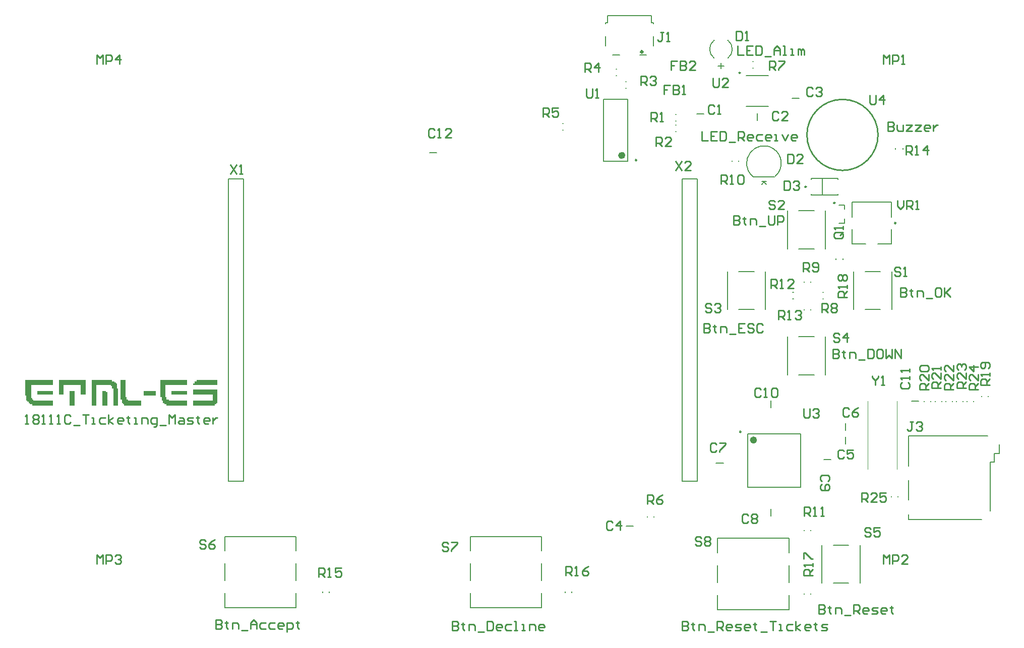
<source format=gbr>
%TF.GenerationSoftware,Altium Limited,Altium Designer,21.6.1 (37)*%
G04 Layer_Color=65535*
%FSLAX43Y43*%
%MOMM*%
%TF.SameCoordinates,4DA2BED1-4599-47CA-9C3E-D857DBAA41EB*%
%TF.FilePolarity,Positive*%
%TF.FileFunction,Legend,Top*%
%TF.Part,Single*%
G01*
G75*
%TA.AperFunction,NonConductor*%
%ADD49C,0.250*%
%ADD50C,0.400*%
%ADD51C,0.200*%
%ADD52C,0.254*%
%ADD53C,0.600*%
%ADD54C,0.150*%
%ADD55C,0.100*%
%ADD56C,0.152*%
G36*
X12889Y45599D02*
Y45396D01*
Y45192D01*
Y44989D01*
Y44786D01*
Y44583D01*
Y44380D01*
Y44176D01*
Y43973D01*
Y43770D01*
Y43567D01*
Y43364D01*
X12076D01*
Y43567D01*
Y43770D01*
Y43973D01*
Y44176D01*
Y44380D01*
Y44583D01*
Y44786D01*
Y44989D01*
X9231D01*
Y44786D01*
Y44583D01*
Y44380D01*
Y44176D01*
Y43973D01*
Y43770D01*
Y43567D01*
Y43364D01*
X8418D01*
Y43567D01*
Y43770D01*
Y43973D01*
Y44176D01*
Y44380D01*
Y44583D01*
Y44786D01*
Y44989D01*
Y45192D01*
Y45396D01*
Y45599D01*
Y45802D01*
X12889D01*
Y45599D01*
D02*
G37*
G36*
X7402Y43770D02*
Y43567D01*
Y43364D01*
X4761D01*
Y43567D01*
Y43770D01*
Y43973D01*
X7402D01*
Y43770D01*
D02*
G37*
G36*
X17359Y45599D02*
X17765D01*
Y45396D01*
X17969D01*
Y45192D01*
X18172D01*
Y44989D01*
Y44786D01*
Y44583D01*
Y44380D01*
X18375D01*
Y44176D01*
Y43973D01*
Y43770D01*
Y43567D01*
Y43364D01*
Y43160D01*
Y42957D01*
Y42754D01*
Y42551D01*
Y42348D01*
Y42144D01*
Y41941D01*
Y41738D01*
Y41535D01*
X17562D01*
Y41738D01*
Y41941D01*
Y42144D01*
Y42348D01*
Y42551D01*
Y42754D01*
Y42957D01*
Y43160D01*
Y43364D01*
Y43567D01*
Y43770D01*
Y43973D01*
Y44176D01*
Y44380D01*
X17359D01*
Y44583D01*
Y44786D01*
X17156D01*
Y44989D01*
X14717D01*
Y44786D01*
Y44583D01*
Y44380D01*
Y44176D01*
Y43973D01*
Y43770D01*
Y43567D01*
Y43364D01*
Y43160D01*
Y42957D01*
Y42754D01*
Y42551D01*
Y42348D01*
Y42144D01*
Y41941D01*
Y41738D01*
Y41535D01*
X13905D01*
Y41738D01*
Y41941D01*
Y42144D01*
Y42348D01*
Y42551D01*
Y42754D01*
Y42957D01*
Y43160D01*
Y43364D01*
Y43567D01*
Y43770D01*
Y43973D01*
Y44176D01*
Y44380D01*
Y44583D01*
Y44786D01*
Y44989D01*
Y45192D01*
Y45396D01*
Y45599D01*
Y45802D01*
X17359D01*
Y45599D01*
D02*
G37*
G36*
X16343Y43770D02*
X16546D01*
Y43567D01*
Y43364D01*
Y43160D01*
Y42957D01*
Y42754D01*
Y42551D01*
Y42348D01*
Y42144D01*
Y41941D01*
Y41738D01*
Y41535D01*
X15733D01*
Y41738D01*
Y41941D01*
Y42144D01*
Y42348D01*
Y42551D01*
Y42754D01*
Y42957D01*
Y43160D01*
Y43364D01*
Y43567D01*
Y43770D01*
Y43973D01*
X16343D01*
Y43770D01*
D02*
G37*
G36*
X11060D02*
Y43567D01*
Y43364D01*
Y43160D01*
Y42957D01*
Y42754D01*
Y42551D01*
Y42348D01*
Y42144D01*
Y41941D01*
Y41738D01*
Y41535D01*
X10247D01*
Y41738D01*
Y41941D01*
Y42144D01*
Y42348D01*
Y42551D01*
Y42754D01*
Y42957D01*
Y43160D01*
Y43364D01*
Y43567D01*
Y43770D01*
Y43973D01*
X11060D01*
Y43770D01*
D02*
G37*
G36*
X7402Y45599D02*
Y45396D01*
Y45192D01*
Y44989D01*
X3745D01*
Y44786D01*
Y44583D01*
Y44380D01*
Y44176D01*
Y43973D01*
Y43770D01*
Y43567D01*
Y43364D01*
Y43160D01*
Y42957D01*
Y42754D01*
X3948D01*
Y42551D01*
X4151D01*
Y42348D01*
X7402D01*
Y42144D01*
Y41941D01*
Y41738D01*
Y41535D01*
X3948D01*
Y41738D01*
X3541D01*
Y41941D01*
X3338D01*
Y42144D01*
X3135D01*
Y42348D01*
X2932D01*
Y42551D01*
Y42754D01*
Y42957D01*
Y43160D01*
X2729D01*
Y43364D01*
Y43567D01*
Y43770D01*
Y43973D01*
Y44176D01*
Y44380D01*
Y44583D01*
Y44786D01*
Y44989D01*
Y45192D01*
Y45396D01*
Y45599D01*
Y45802D01*
X7402D01*
Y45599D01*
D02*
G37*
G36*
X35037D02*
Y45396D01*
Y45192D01*
Y44989D01*
X30973D01*
Y45192D01*
X31177D01*
Y45396D01*
Y45599D01*
X31583D01*
Y45802D01*
X35037D01*
Y45599D01*
D02*
G37*
G36*
X29957Y43770D02*
Y43567D01*
Y43364D01*
X27316D01*
Y43567D01*
Y43770D01*
Y43973D01*
X29957D01*
Y43770D01*
D02*
G37*
G36*
X24674D02*
Y43567D01*
Y43364D01*
Y43160D01*
X22642D01*
Y43364D01*
Y43567D01*
Y43770D01*
Y43973D01*
X24674D01*
Y43770D01*
D02*
G37*
G36*
X35037Y43973D02*
Y43770D01*
Y43567D01*
Y43364D01*
Y43160D01*
Y42957D01*
Y42754D01*
Y42551D01*
Y42348D01*
Y42144D01*
Y41941D01*
X34834D01*
Y41738D01*
X34631D01*
Y41535D01*
X30973D01*
Y41738D01*
Y41941D01*
Y42144D01*
Y42348D01*
X34225D01*
Y42551D01*
Y42754D01*
Y42957D01*
Y43160D01*
Y43364D01*
X30973D01*
Y43567D01*
Y43770D01*
Y43973D01*
Y44176D01*
X35037D01*
Y43973D01*
D02*
G37*
G36*
X29957Y45599D02*
Y45396D01*
Y45192D01*
Y44989D01*
X26300D01*
Y44786D01*
Y44583D01*
Y44380D01*
Y44176D01*
Y43973D01*
Y43770D01*
Y43567D01*
Y43364D01*
Y43160D01*
Y42957D01*
X26503D01*
Y42754D01*
Y42551D01*
X26909D01*
Y42348D01*
X29957D01*
Y42144D01*
Y41941D01*
Y41738D01*
Y41535D01*
X26503D01*
Y41738D01*
X26097D01*
Y41941D01*
X25893D01*
Y42144D01*
Y42348D01*
X25690D01*
Y42551D01*
Y42754D01*
Y42957D01*
X25487D01*
Y43160D01*
Y43364D01*
Y43567D01*
Y43770D01*
Y43973D01*
Y44176D01*
Y44380D01*
Y44583D01*
Y44786D01*
Y44989D01*
Y45192D01*
Y45396D01*
Y45599D01*
Y45802D01*
X29957D01*
Y45599D01*
D02*
G37*
G36*
X19594D02*
Y45396D01*
Y45192D01*
Y44989D01*
Y44786D01*
Y44583D01*
Y44380D01*
Y44176D01*
Y43973D01*
Y43770D01*
Y43567D01*
Y43364D01*
Y43160D01*
Y42957D01*
X19797D01*
Y42754D01*
Y42551D01*
X20001D01*
Y42348D01*
X22236D01*
Y42144D01*
Y41941D01*
Y41738D01*
Y41535D01*
X19391D01*
Y41738D01*
X19188D01*
Y41941D01*
X18985D01*
Y42144D01*
Y42348D01*
Y42551D01*
X18781D01*
Y42754D01*
Y42957D01*
Y43160D01*
Y43364D01*
Y43567D01*
Y43770D01*
Y43973D01*
Y44176D01*
Y44380D01*
Y44583D01*
Y44786D01*
Y44989D01*
Y45192D01*
Y45396D01*
Y45599D01*
Y45802D01*
X19594D01*
Y45599D01*
D02*
G37*
D49*
X133930Y78295D02*
G03*
X133930Y78295I-125J0D01*
G01*
X122975Y37100D02*
G03*
X122975Y37100I-125J0D01*
G01*
X148973Y72184D02*
G03*
X148973Y72184I-125J0D01*
G01*
X122859Y97434D02*
G03*
X122859Y97434I-125J0D01*
G01*
X105458Y82750D02*
G03*
X105458Y82750I-125J0D01*
G01*
X138755Y75589D02*
G03*
X138755Y75589I-125J0D01*
G01*
D50*
X106433Y100950D02*
G03*
X106433Y100950I-141J0D01*
G01*
D51*
X128677Y80017D02*
G03*
X128341Y84715I-1857J2228D01*
G01*
X128493Y84614D02*
G03*
X124977Y80006I-1672J-2369D01*
G01*
X120751Y99888D02*
G03*
X120740Y102920I-1151J1512D01*
G01*
X118460D02*
G03*
X118449Y99888I1140J-1520D01*
G01*
X134755Y79690D02*
X139255D01*
Y76900D02*
Y77080D01*
Y79510D02*
Y79690D01*
X134755Y76900D02*
X139255D01*
X134755D02*
Y77080D01*
Y79510D02*
Y79690D01*
X136605Y76965D02*
Y79625D01*
X70650Y83970D02*
X71850D01*
X122591Y64045D02*
X125191D01*
X122591Y57645D02*
X125191D01*
X127091D02*
Y64045D01*
X120691Y57645D02*
Y64045D01*
X36861Y28765D02*
X39401D01*
X36861D02*
Y79565D01*
X39401D01*
Y77660D02*
Y79565D01*
Y28765D02*
Y77660D01*
X115500Y90516D02*
X116700D01*
X125043Y79959D02*
X128599D01*
X141891Y57645D02*
Y64045D01*
X148291Y57645D02*
Y64045D01*
X143791Y57645D02*
X146391D01*
X143791Y64045D02*
X146391D01*
X138875Y66025D02*
Y66225D01*
X140125Y66025D02*
Y66225D01*
X162050Y42200D02*
Y42300D01*
X160950Y42200D02*
Y42300D01*
X160250Y42200D02*
Y42300D01*
X159150Y42200D02*
Y42300D01*
X158449Y42200D02*
Y42300D01*
X157349Y42200D02*
Y42300D01*
X156649Y42200D02*
Y42300D01*
X155549Y42200D02*
Y42300D01*
X151100Y31350D02*
Y36400D01*
Y25650D02*
Y28950D01*
Y22400D02*
Y23250D01*
X166300Y33500D02*
Y35000D01*
X151100Y36400D02*
X164400D01*
X151100Y22400D02*
X163400D01*
X165450Y33500D02*
X166300D01*
X165450Y32000D02*
Y33500D01*
X164850Y32000D02*
X165450D01*
X164850Y23850D02*
Y32000D01*
X149300Y26200D02*
Y26300D01*
X148200Y26200D02*
Y26300D01*
X118787Y31825D02*
X119987D01*
X142941Y11693D02*
Y18093D01*
X136541Y11693D02*
Y18093D01*
X138441D02*
X141041D01*
X138441Y11693D02*
X141041D01*
X133600Y9850D02*
Y9950D01*
X134700Y9850D02*
Y9950D01*
X89501Y17095D02*
Y19535D01*
Y12105D02*
Y14965D01*
Y7535D02*
Y9975D01*
X77501Y7535D02*
Y9975D01*
Y12105D02*
Y14965D01*
Y17095D02*
Y19535D01*
Y7535D02*
X89501D01*
X77501Y19535D02*
X89501D01*
X124050Y27825D02*
Y36725D01*
X132950Y27825D02*
Y36725D01*
X124050D02*
X132950D01*
X124050Y27825D02*
X132950D01*
X132661Y74275D02*
X135261D01*
X132661Y67875D02*
X135261D01*
X137161D02*
Y74275D01*
X130761Y67875D02*
Y74275D01*
X131001Y16810D02*
Y19250D01*
Y11820D02*
Y14680D01*
Y7250D02*
Y9690D01*
X119001Y7250D02*
Y9690D01*
Y11820D02*
Y14680D01*
Y16810D02*
Y19250D01*
Y7250D02*
X131001D01*
X119001Y19250D02*
X131001D01*
X120685Y102924D02*
X120740Y102920D01*
X118460D02*
X118515Y102924D01*
X119600Y98110D02*
Y99110D01*
X119100Y98610D02*
X120100D01*
X141648Y75714D02*
X148248D01*
Y73209D02*
Y75714D01*
Y68724D02*
Y71159D01*
X141648Y68724D02*
Y71159D01*
Y73209D02*
Y75714D01*
X145973Y68724D02*
X148248D01*
X141648D02*
X143923D01*
X123834Y91834D02*
X127534D01*
X123834Y96934D02*
X127534D01*
X122584Y82575D02*
Y82675D01*
X121484Y82575D02*
Y82675D01*
X130761Y46675D02*
Y53075D01*
X137161Y46675D02*
Y53075D01*
X132661Y46675D02*
X135261D01*
X132661Y53075D02*
X135261D01*
X103933Y82550D02*
Y92950D01*
X99833Y82550D02*
Y92950D01*
Y82550D02*
X103933D01*
X99833Y92950D02*
X103933D01*
X151600Y42250D02*
X152800D01*
X140330Y72139D02*
Y72889D01*
X139430Y72139D02*
X140330D01*
Y74489D02*
Y75239D01*
X139430D02*
X140330D01*
X153749Y42200D02*
Y42300D01*
X154849Y42200D02*
Y42300D01*
X48251Y17095D02*
Y19535D01*
Y12105D02*
Y14965D01*
Y7535D02*
Y9975D01*
X36251Y7535D02*
Y9975D01*
Y12105D02*
Y14965D01*
Y17095D02*
Y19535D01*
Y7535D02*
X48251D01*
X36251Y19535D02*
X48251D01*
X164450Y43050D02*
Y43150D01*
X163350Y43050D02*
Y43150D01*
X94550Y10135D02*
Y10235D01*
X93450Y10135D02*
Y10235D01*
X53800Y10135D02*
Y10235D01*
X52700Y10135D02*
Y10235D01*
X150125Y84600D02*
Y84800D01*
X148875Y84600D02*
Y84800D01*
X133611Y57595D02*
Y57695D01*
X134711Y57595D02*
Y57695D01*
X131661Y60535D02*
X131761D01*
X131661Y59435D02*
X131761D01*
X133600Y20508D02*
Y20608D01*
X134700Y20508D02*
Y20608D01*
X134711Y62255D02*
Y62355D01*
X133611Y62255D02*
Y62355D01*
X136700Y59435D02*
X136800D01*
X136700Y60535D02*
X136800D01*
X124934Y99300D02*
X125034D01*
X124934Y98200D02*
X125034D01*
X107200Y22800D02*
Y22900D01*
X108300Y22800D02*
Y22900D01*
X93000Y87850D02*
X93100D01*
X93000Y88950D02*
X93100D01*
X101983Y98050D02*
X102083D01*
X101983Y96950D02*
X102083D01*
X103557Y94809D02*
X103657D01*
X103557Y95909D02*
X103657D01*
X111950Y88625D02*
X112050D01*
X111950Y87525D02*
X112050D01*
X111950Y90450D02*
X112050D01*
X111950Y89350D02*
X112050D01*
X127975Y41150D02*
Y42350D01*
X136891Y32469D02*
X138091D01*
X127975Y22950D02*
Y24150D01*
X140500Y37325D02*
Y38525D01*
Y35069D02*
Y36269D01*
X103650Y21250D02*
X104850D01*
X131564Y93159D02*
X132764D01*
X125695Y89409D02*
Y90609D01*
X115611Y28765D02*
Y77660D01*
Y79565D01*
X113071D02*
X115611D01*
X113071Y28765D02*
Y79565D01*
Y28765D02*
X115611D01*
D52*
X145969Y87000D02*
G03*
X145969Y87000I-5969J0D01*
G01*
X147595Y89173D02*
Y87649D01*
X148356D01*
X148610Y87903D01*
Y88157D01*
X148356Y88411D01*
X147595D01*
X148356D01*
X148610Y88665D01*
Y88919D01*
X148356Y89173D01*
X147595D01*
X149118Y88665D02*
Y87903D01*
X149372Y87649D01*
X150134D01*
Y88665D01*
X150642D02*
X151657D01*
X150642Y87649D01*
X151657D01*
X152165Y88665D02*
X153181D01*
X152165Y87649D01*
X153181D01*
X154450D02*
X153943D01*
X153689Y87903D01*
Y88411D01*
X153943Y88665D01*
X154450D01*
X154704Y88411D01*
Y88157D01*
X153689D01*
X155212Y88665D02*
Y87649D01*
Y88157D01*
X155466Y88411D01*
X155720Y88665D01*
X155974D01*
X116354Y87570D02*
Y86047D01*
X117370D01*
X118893Y87570D02*
X117878D01*
Y86047D01*
X118893D01*
X117878Y86809D02*
X118385D01*
X119401Y87570D02*
Y86047D01*
X120163D01*
X120417Y86301D01*
Y87316D01*
X120163Y87570D01*
X119401D01*
X120925Y85793D02*
X121940D01*
X122448Y86047D02*
Y87570D01*
X123210D01*
X123464Y87316D01*
Y86809D01*
X123210Y86555D01*
X122448D01*
X122956D02*
X123464Y86047D01*
X124733D02*
X124225D01*
X123972Y86301D01*
Y86809D01*
X124225Y87062D01*
X124733D01*
X124987Y86809D01*
Y86555D01*
X123972D01*
X126511Y87062D02*
X125749D01*
X125495Y86809D01*
Y86301D01*
X125749Y86047D01*
X126511D01*
X127780D02*
X127272D01*
X127019Y86301D01*
Y86809D01*
X127272Y87062D01*
X127780D01*
X128034Y86809D01*
Y86555D01*
X127019D01*
X128542Y86047D02*
X129050D01*
X128796D01*
Y87062D01*
X128542D01*
X129812D02*
X130319Y86047D01*
X130827Y87062D01*
X132097Y86047D02*
X131589D01*
X131335Y86301D01*
Y86809D01*
X131589Y87062D01*
X132097D01*
X132351Y86809D01*
Y86555D01*
X131335D01*
X122367Y101931D02*
Y100408D01*
X123382D01*
X124906Y101931D02*
X123890D01*
Y100408D01*
X124906D01*
X123890Y101170D02*
X124398D01*
X125414Y101931D02*
Y100408D01*
X126176D01*
X126429Y100662D01*
Y101678D01*
X126176Y101931D01*
X125414D01*
X126937Y100154D02*
X127953D01*
X128461Y100408D02*
Y101424D01*
X128969Y101931D01*
X129476Y101424D01*
Y100408D01*
Y101170D01*
X128461D01*
X129984Y100408D02*
X130492D01*
X130238D01*
Y101931D01*
X129984D01*
X131254Y100408D02*
X131762D01*
X131508D01*
Y101424D01*
X131254D01*
X132523Y100408D02*
Y101424D01*
X132777D01*
X133031Y101170D01*
Y100408D01*
Y101170D01*
X133285Y101424D01*
X133539Y101170D01*
Y100408D01*
X116754Y55281D02*
Y53758D01*
X117516D01*
X117770Y54012D01*
Y54266D01*
X117516Y54520D01*
X116754D01*
X117516D01*
X117770Y54774D01*
Y55028D01*
X117516Y55281D01*
X116754D01*
X118531Y55028D02*
Y54774D01*
X118278D01*
X118785D01*
X118531D01*
Y54012D01*
X118785Y53758D01*
X119547D02*
Y54774D01*
X120309D01*
X120563Y54520D01*
Y53758D01*
X121071Y53504D02*
X122086D01*
X123610Y55281D02*
X122594D01*
Y53758D01*
X123610D01*
X122594Y54520D02*
X123102D01*
X125133Y55028D02*
X124879Y55281D01*
X124372D01*
X124118Y55028D01*
Y54774D01*
X124372Y54520D01*
X124879D01*
X125133Y54266D01*
Y54012D01*
X124879Y53758D01*
X124372D01*
X124118Y54012D01*
X126657Y55028D02*
X126403Y55281D01*
X125895D01*
X125641Y55028D01*
Y54012D01*
X125895Y53758D01*
X126403D01*
X126657Y54012D01*
X121754Y73456D02*
Y71933D01*
X122516D01*
X122770Y72187D01*
Y72441D01*
X122516Y72695D01*
X121754D01*
X122516D01*
X122770Y72949D01*
Y73202D01*
X122516Y73456D01*
X121754D01*
X123531Y73202D02*
Y72949D01*
X123278D01*
X123785D01*
X123531D01*
Y72187D01*
X123785Y71933D01*
X124547D02*
Y72949D01*
X125309D01*
X125563Y72695D01*
Y71933D01*
X126071Y71679D02*
X127086D01*
X127594Y73456D02*
Y72187D01*
X127848Y71933D01*
X128356D01*
X128610Y72187D01*
Y73456D01*
X129118Y71933D02*
Y73456D01*
X129879D01*
X130133Y73202D01*
Y72695D01*
X129879Y72441D01*
X129118D01*
X138395Y51031D02*
Y49508D01*
X139156D01*
X139410Y49762D01*
Y50016D01*
X139156Y50270D01*
X138395D01*
X139156D01*
X139410Y50524D01*
Y50778D01*
X139156Y51031D01*
X138395D01*
X140172Y50778D02*
Y50524D01*
X139918D01*
X140426D01*
X140172D01*
Y49762D01*
X140426Y49508D01*
X141188D02*
Y50524D01*
X141949D01*
X142203Y50270D01*
Y49508D01*
X142711Y49254D02*
X143727D01*
X144235Y51031D02*
Y49508D01*
X144997D01*
X145250Y49762D01*
Y50778D01*
X144997Y51031D01*
X144235D01*
X146520D02*
X146012D01*
X145758Y50778D01*
Y49762D01*
X146012Y49508D01*
X146520D01*
X146774Y49762D01*
Y50778D01*
X146520Y51031D01*
X147282D02*
Y49508D01*
X147790Y50016D01*
X148297Y49508D01*
Y51031D01*
X148805Y49508D02*
Y51031D01*
X149821Y49508D01*
Y51031D01*
X149754Y61281D02*
Y59758D01*
X150516D01*
X150770Y60012D01*
Y60266D01*
X150516Y60520D01*
X149754D01*
X150516D01*
X150770Y60774D01*
Y61028D01*
X150516Y61281D01*
X149754D01*
X151531Y61028D02*
Y60774D01*
X151278D01*
X151785D01*
X151531D01*
Y60012D01*
X151785Y59758D01*
X152547D02*
Y60774D01*
X153309D01*
X153563Y60520D01*
Y59758D01*
X154071Y59504D02*
X155086D01*
X156356Y61281D02*
X155848D01*
X155594Y61028D01*
Y60012D01*
X155848Y59758D01*
X156356D01*
X156610Y60012D01*
Y61028D01*
X156356Y61281D01*
X157118D02*
Y59758D01*
Y60266D01*
X158133Y61281D01*
X157372Y60520D01*
X158133Y59758D01*
X74504Y5281D02*
Y3758D01*
X75266D01*
X75520Y4012D01*
Y4266D01*
X75266Y4520D01*
X74504D01*
X75266D01*
X75520Y4774D01*
Y5028D01*
X75266Y5281D01*
X74504D01*
X76281Y5028D02*
Y4774D01*
X76028D01*
X76535D01*
X76281D01*
Y4012D01*
X76535Y3758D01*
X77297D02*
Y4774D01*
X78059D01*
X78313Y4520D01*
Y3758D01*
X78821Y3504D02*
X79836D01*
X80344Y5281D02*
Y3758D01*
X81106D01*
X81360Y4012D01*
Y5028D01*
X81106Y5281D01*
X80344D01*
X82629Y3758D02*
X82122D01*
X81868Y4012D01*
Y4520D01*
X82122Y4774D01*
X82629D01*
X82883Y4520D01*
Y4266D01*
X81868D01*
X84407Y4774D02*
X83645D01*
X83391Y4520D01*
Y4012D01*
X83645Y3758D01*
X84407D01*
X84915D02*
X85422D01*
X85169D01*
Y5281D01*
X84915D01*
X86184Y3758D02*
X86692D01*
X86438D01*
Y4774D01*
X86184D01*
X87454Y3758D02*
Y4774D01*
X88216D01*
X88469Y4520D01*
Y3758D01*
X89739D02*
X89231D01*
X88977Y4012D01*
Y4520D01*
X89231Y4774D01*
X89739D01*
X89993Y4520D01*
Y4266D01*
X88977D01*
X34754Y5535D02*
Y4012D01*
X35516D01*
X35770Y4266D01*
Y4520D01*
X35516Y4774D01*
X34754D01*
X35516D01*
X35770Y5028D01*
Y5281D01*
X35516Y5535D01*
X34754D01*
X36531Y5281D02*
Y5028D01*
X36278D01*
X36785D01*
X36531D01*
Y4266D01*
X36785Y4012D01*
X37547D02*
Y5028D01*
X38309D01*
X38563Y4774D01*
Y4012D01*
X39071Y3758D02*
X40086D01*
X40594Y4012D02*
Y5028D01*
X41102Y5535D01*
X41610Y5028D01*
Y4012D01*
Y4774D01*
X40594D01*
X43133Y5028D02*
X42372D01*
X42118Y4774D01*
Y4266D01*
X42372Y4012D01*
X43133D01*
X44657Y5028D02*
X43895D01*
X43641Y4774D01*
Y4266D01*
X43895Y4012D01*
X44657D01*
X45926D02*
X45419D01*
X45165Y4266D01*
Y4774D01*
X45419Y5028D01*
X45926D01*
X46180Y4774D01*
Y4520D01*
X45165D01*
X46688Y3504D02*
Y5028D01*
X47450D01*
X47704Y4774D01*
Y4266D01*
X47450Y4012D01*
X46688D01*
X48466Y5281D02*
Y5028D01*
X48212D01*
X48719D01*
X48466D01*
Y4266D01*
X48719Y4012D01*
X113070Y5281D02*
Y3758D01*
X113831D01*
X114085Y4012D01*
Y4266D01*
X113831Y4520D01*
X113070D01*
X113831D01*
X114085Y4774D01*
Y5028D01*
X113831Y5281D01*
X113070D01*
X114847Y5028D02*
Y4774D01*
X114593D01*
X115101D01*
X114847D01*
Y4012D01*
X115101Y3758D01*
X115863D02*
Y4774D01*
X116625D01*
X116878Y4520D01*
Y3758D01*
X117386Y3504D02*
X118402D01*
X118910Y3758D02*
Y5281D01*
X119672D01*
X119925Y5028D01*
Y4520D01*
X119672Y4266D01*
X118910D01*
X119418D02*
X119925Y3758D01*
X121195D02*
X120687D01*
X120433Y4012D01*
Y4520D01*
X120687Y4774D01*
X121195D01*
X121449Y4520D01*
Y4266D01*
X120433D01*
X121957Y3758D02*
X122719D01*
X122972Y4012D01*
X122719Y4266D01*
X122211D01*
X121957Y4520D01*
X122211Y4774D01*
X122972D01*
X124242Y3758D02*
X123734D01*
X123480Y4012D01*
Y4520D01*
X123734Y4774D01*
X124242D01*
X124496Y4520D01*
Y4266D01*
X123480D01*
X125258Y5028D02*
Y4774D01*
X125004D01*
X125512D01*
X125258D01*
Y4012D01*
X125512Y3758D01*
X126273Y3504D02*
X127289D01*
X127797Y5281D02*
X128813D01*
X128305D01*
Y3758D01*
X129320D02*
X129828D01*
X129574D01*
Y4774D01*
X129320D01*
X131606D02*
X130844D01*
X130590Y4520D01*
Y4012D01*
X130844Y3758D01*
X131606D01*
X132114D02*
Y5281D01*
Y4266D02*
X132875Y4774D01*
X132114Y4266D02*
X132875Y3758D01*
X134399D02*
X133891D01*
X133637Y4012D01*
Y4520D01*
X133891Y4774D01*
X134399D01*
X134653Y4520D01*
Y4266D01*
X133637D01*
X135414Y5028D02*
Y4774D01*
X135161D01*
X135668D01*
X135414D01*
Y4012D01*
X135668Y3758D01*
X136430D02*
X137192D01*
X137446Y4012D01*
X137192Y4266D01*
X136684D01*
X136430Y4520D01*
X136684Y4774D01*
X137446D01*
X136004Y8031D02*
Y6508D01*
X136766D01*
X137020Y6762D01*
Y7016D01*
X136766Y7270D01*
X136004D01*
X136766D01*
X137020Y7524D01*
Y7778D01*
X136766Y8031D01*
X136004D01*
X137781Y7778D02*
Y7524D01*
X137528D01*
X138035D01*
X137781D01*
Y6762D01*
X138035Y6508D01*
X138797D02*
Y7524D01*
X139559D01*
X139813Y7270D01*
Y6508D01*
X140321Y6254D02*
X141336D01*
X141844Y6508D02*
Y8031D01*
X142606D01*
X142860Y7778D01*
Y7270D01*
X142606Y7016D01*
X141844D01*
X142352D02*
X142860Y6508D01*
X144129D02*
X143622D01*
X143368Y6762D01*
Y7270D01*
X143622Y7524D01*
X144129D01*
X144383Y7270D01*
Y7016D01*
X143368D01*
X144891Y6508D02*
X145653D01*
X145907Y6762D01*
X145653Y7016D01*
X145145D01*
X144891Y7270D01*
X145145Y7524D01*
X145907D01*
X147176Y6508D02*
X146669D01*
X146415Y6762D01*
Y7270D01*
X146669Y7524D01*
X147176D01*
X147430Y7270D01*
Y7016D01*
X146415D01*
X148192Y7778D02*
Y7524D01*
X147938D01*
X148446D01*
X148192D01*
Y6762D01*
X148446Y6508D01*
X2750Y38500D02*
X3258D01*
X3004D01*
Y40024D01*
X2750Y39770D01*
X4020D02*
X4274Y40024D01*
X4781D01*
X5035Y39770D01*
Y39516D01*
X4781Y39262D01*
X5035Y39008D01*
Y38754D01*
X4781Y38500D01*
X4274D01*
X4020Y38754D01*
Y39008D01*
X4274Y39262D01*
X4020Y39516D01*
Y39770D01*
X4274Y39262D02*
X4781D01*
X5543Y38500D02*
X6051D01*
X5797D01*
Y40024D01*
X5543Y39770D01*
X6813Y38500D02*
X7321D01*
X7067D01*
Y40024D01*
X6813Y39770D01*
X8082Y38500D02*
X8590D01*
X8336D01*
Y40024D01*
X8082Y39770D01*
X10368D02*
X10114Y40024D01*
X9606D01*
X9352Y39770D01*
Y38754D01*
X9606Y38500D01*
X10114D01*
X10368Y38754D01*
X10875Y38246D02*
X11891D01*
X12399Y40024D02*
X13415D01*
X12907D01*
Y38500D01*
X13922D02*
X14430D01*
X14176D01*
Y39516D01*
X13922D01*
X16208D02*
X15446D01*
X15192Y39262D01*
Y38754D01*
X15446Y38500D01*
X16208D01*
X16715D02*
Y40024D01*
Y39008D02*
X17477Y39516D01*
X16715Y39008D02*
X17477Y38500D01*
X19001D02*
X18493D01*
X18239Y38754D01*
Y39262D01*
X18493Y39516D01*
X19001D01*
X19255Y39262D01*
Y39008D01*
X18239D01*
X20016Y39770D02*
Y39516D01*
X19762D01*
X20270D01*
X20016D01*
Y38754D01*
X20270Y38500D01*
X21032D02*
X21540D01*
X21286D01*
Y39516D01*
X21032D01*
X22302Y38500D02*
Y39516D01*
X23063D01*
X23317Y39262D01*
Y38500D01*
X24333Y37992D02*
X24587D01*
X24841Y38246D01*
Y39516D01*
X24079D01*
X23825Y39262D01*
Y38754D01*
X24079Y38500D01*
X24841D01*
X25349Y38246D02*
X26364D01*
X26872Y38500D02*
Y40024D01*
X27380Y39516D01*
X27888Y40024D01*
Y38500D01*
X28650Y39516D02*
X29157D01*
X29411Y39262D01*
Y38500D01*
X28650D01*
X28396Y38754D01*
X28650Y39008D01*
X29411D01*
X29919Y38500D02*
X30681D01*
X30935Y38754D01*
X30681Y39008D01*
X30173D01*
X29919Y39262D01*
X30173Y39516D01*
X30935D01*
X31697Y39770D02*
Y39516D01*
X31443D01*
X31951D01*
X31697D01*
Y38754D01*
X31951Y38500D01*
X33474D02*
X32966D01*
X32712Y38754D01*
Y39262D01*
X32966Y39516D01*
X33474D01*
X33728Y39262D01*
Y39008D01*
X32712D01*
X34236Y39516D02*
Y38500D01*
Y39008D01*
X34490Y39262D01*
X34744Y39516D01*
X34998D01*
X130224Y79290D02*
Y77767D01*
X130986D01*
X131240Y78021D01*
Y79036D01*
X130986Y79290D01*
X130224D01*
X131747Y79036D02*
X132001Y79290D01*
X132509D01*
X132763Y79036D01*
Y78783D01*
X132509Y78529D01*
X132255D01*
X132509D01*
X132763Y78275D01*
Y78021D01*
X132509Y77767D01*
X132001D01*
X131747Y78021D01*
X71513Y87794D02*
X71259Y88048D01*
X70751D01*
X70497Y87794D01*
Y86779D01*
X70751Y86525D01*
X71259D01*
X71513Y86779D01*
X72021Y86525D02*
X72529D01*
X72275D01*
Y88048D01*
X72021Y87794D01*
X74306Y86525D02*
X73290D01*
X74306Y87540D01*
Y87794D01*
X74052Y88048D01*
X73544D01*
X73290Y87794D01*
X122100Y104430D02*
Y102907D01*
X122862D01*
X123116Y103161D01*
Y104176D01*
X122862Y104430D01*
X122100D01*
X123624Y102907D02*
X124131D01*
X123877D01*
Y104430D01*
X123624Y104176D01*
X14820Y98945D02*
Y100469D01*
X15328Y99961D01*
X15836Y100469D01*
Y98945D01*
X16344D02*
Y100469D01*
X17106D01*
X17360Y100215D01*
Y99707D01*
X17106Y99453D01*
X16344D01*
X18629Y98945D02*
Y100469D01*
X17867Y99707D01*
X18883D01*
X14820Y14947D02*
Y16471D01*
X15328Y15963D01*
X15836Y16471D01*
Y14947D01*
X16344D02*
Y16471D01*
X17106D01*
X17360Y16217D01*
Y15709D01*
X17106Y15455D01*
X16344D01*
X17867Y16217D02*
X18121Y16471D01*
X18629D01*
X18883Y16217D01*
Y15963D01*
X18629Y15709D01*
X18375D01*
X18629D01*
X18883Y15455D01*
Y15201D01*
X18629Y14947D01*
X18121D01*
X17867Y15201D01*
X146824Y14947D02*
Y16471D01*
X147332Y15963D01*
X147840Y16471D01*
Y14947D01*
X148348D02*
Y16471D01*
X149109D01*
X149363Y16217D01*
Y15709D01*
X149109Y15455D01*
X148348D01*
X150887Y14947D02*
X149871D01*
X150887Y15963D01*
Y16217D01*
X150633Y16471D01*
X150125D01*
X149871Y16217D01*
X146824Y98945D02*
Y100469D01*
X147332Y99961D01*
X147840Y100469D01*
Y98945D01*
X148348D02*
Y100469D01*
X149109D01*
X149363Y100215D01*
Y99707D01*
X149109Y99453D01*
X148348D01*
X149871Y98945D02*
X150379D01*
X150125D01*
Y100469D01*
X149871Y100215D01*
X144984Y46512D02*
Y46258D01*
X145492Y45750D01*
X146000Y46258D01*
Y46512D01*
X145492Y45750D02*
Y44988D01*
X146508D02*
X147016D01*
X146762D01*
Y46512D01*
X146508Y46258D01*
X112234Y99431D02*
X111219D01*
Y98669D01*
X111726D01*
X111219D01*
Y97908D01*
X112742Y99431D02*
Y97908D01*
X113504D01*
X113758Y98161D01*
Y98415D01*
X113504Y98669D01*
X112742D01*
X113504D01*
X113758Y98923D01*
Y99177D01*
X113504Y99431D01*
X112742D01*
X115281Y97908D02*
X114266D01*
X115281Y98923D01*
Y99177D01*
X115027Y99431D01*
X114520D01*
X114266Y99177D01*
X111035Y95313D02*
X110020D01*
Y94551D01*
X110527D01*
X110020D01*
Y93789D01*
X111543Y95313D02*
Y93789D01*
X112305D01*
X112559Y94043D01*
Y94297D01*
X112305Y94551D01*
X111543D01*
X112305D01*
X112559Y94805D01*
Y95059D01*
X112305Y95313D01*
X111543D01*
X113067Y93789D02*
X113574D01*
X113321D01*
Y95313D01*
X113067Y95059D01*
X154500Y44250D02*
X152976D01*
Y45012D01*
X153230Y45266D01*
X153738D01*
X153992Y45012D01*
Y44250D01*
Y44758D02*
X154500Y45266D01*
Y46789D02*
Y45774D01*
X153484Y46789D01*
X153230D01*
X152976Y46535D01*
Y46027D01*
X153230Y45774D01*
Y47297D02*
X152976Y47551D01*
Y48059D01*
X153230Y48313D01*
X154246D01*
X154500Y48059D01*
Y47551D01*
X154246Y47297D01*
X153230D01*
X118276Y96558D02*
Y95288D01*
X118530Y95034D01*
X119037D01*
X119291Y95288D01*
Y96558D01*
X120815Y95034D02*
X119799D01*
X120815Y96050D01*
Y96304D01*
X120561Y96558D01*
X120053D01*
X119799Y96304D01*
X149250Y76008D02*
Y74993D01*
X149758Y74485D01*
X150266Y74993D01*
Y76008D01*
X150774Y74485D02*
Y76008D01*
X151535D01*
X151789Y75755D01*
Y75247D01*
X151535Y74993D01*
X150774D01*
X151281D02*
X151789Y74485D01*
X152297D02*
X152805D01*
X152551D01*
Y76008D01*
X152297Y75755D01*
X133500Y40968D02*
Y39699D01*
X133754Y39445D01*
X134262D01*
X134516Y39699D01*
Y40968D01*
X135024Y40715D02*
X135277Y40968D01*
X135785D01*
X136039Y40715D01*
Y40461D01*
X135785Y40207D01*
X135531D01*
X135785D01*
X136039Y39953D01*
Y39699D01*
X135785Y39445D01*
X135277D01*
X135024Y39699D01*
X97000Y94774D02*
Y93504D01*
X97254Y93250D01*
X97762D01*
X98016Y93504D01*
Y94774D01*
X98524Y93250D02*
X99031D01*
X98777D01*
Y94774D01*
X98524Y94520D01*
X116266Y19270D02*
X116012Y19524D01*
X115504D01*
X115250Y19270D01*
Y19016D01*
X115504Y18762D01*
X116012D01*
X116266Y18508D01*
Y18254D01*
X116012Y18000D01*
X115504D01*
X115250Y18254D01*
X116774Y19270D02*
X117027Y19524D01*
X117535D01*
X117789Y19270D01*
Y19016D01*
X117535Y18762D01*
X117789Y18508D01*
Y18254D01*
X117535Y18000D01*
X117027D01*
X116774Y18254D01*
Y18508D01*
X117027Y18762D01*
X116774Y19016D01*
Y19270D01*
X117027Y18762D02*
X117535D01*
X73766Y18270D02*
X73512Y18524D01*
X73004D01*
X72750Y18270D01*
Y18016D01*
X73004Y17762D01*
X73512D01*
X73766Y17508D01*
Y17254D01*
X73512Y17000D01*
X73004D01*
X72750Y17254D01*
X74274Y18524D02*
X75289D01*
Y18270D01*
X74274Y17254D01*
Y17000D01*
X33060Y18703D02*
X32806Y18956D01*
X32299D01*
X32045Y18703D01*
Y18449D01*
X32299Y18195D01*
X32806D01*
X33060Y17941D01*
Y17687D01*
X32806Y17433D01*
X32299D01*
X32045Y17687D01*
X34584Y18956D02*
X34076Y18703D01*
X33568Y18195D01*
Y17687D01*
X33822Y17433D01*
X34330D01*
X34584Y17687D01*
Y17941D01*
X34330Y18195D01*
X33568D01*
X144766Y20770D02*
X144512Y21024D01*
X144004D01*
X143750Y20770D01*
Y20516D01*
X144004Y20262D01*
X144512D01*
X144766Y20008D01*
Y19754D01*
X144512Y19500D01*
X144004D01*
X143750Y19754D01*
X146289Y21024D02*
X145274D01*
Y20262D01*
X145781Y20516D01*
X146035D01*
X146289Y20262D01*
Y19754D01*
X146035Y19500D01*
X145527D01*
X145274Y19754D01*
X139516Y53415D02*
X139262Y53668D01*
X138754D01*
X138500Y53415D01*
Y53161D01*
X138754Y52907D01*
X139262D01*
X139516Y52653D01*
Y52399D01*
X139262Y52145D01*
X138754D01*
X138500Y52399D01*
X140785Y52145D02*
Y53668D01*
X140024Y52907D01*
X141039D01*
X118016Y58450D02*
X117762Y58704D01*
X117254D01*
X117000Y58450D01*
Y58196D01*
X117254Y57942D01*
X117762D01*
X118016Y57688D01*
Y57434D01*
X117762Y57180D01*
X117254D01*
X117000Y57434D01*
X118524Y58450D02*
X118777Y58704D01*
X119285D01*
X119539Y58450D01*
Y58196D01*
X119285Y57942D01*
X119031D01*
X119285D01*
X119539Y57688D01*
Y57434D01*
X119285Y57180D01*
X118777D01*
X118524Y57434D01*
X128636Y75755D02*
X128382Y76008D01*
X127875D01*
X127621Y75755D01*
Y75501D01*
X127875Y75247D01*
X128382D01*
X128636Y74993D01*
Y74739D01*
X128382Y74485D01*
X127875D01*
X127621Y74739D01*
X130160Y74485D02*
X129144D01*
X130160Y75501D01*
Y75755D01*
X129906Y76008D01*
X129398D01*
X129144Y75755D01*
X149766Y64520D02*
X149512Y64774D01*
X149004D01*
X148750Y64520D01*
Y64266D01*
X149004Y64012D01*
X149512D01*
X149766Y63758D01*
Y63504D01*
X149512Y63250D01*
X149004D01*
X148750Y63504D01*
X150274Y63250D02*
X150781D01*
X150527D01*
Y64774D01*
X150274Y64520D01*
X164750Y45000D02*
X163226D01*
Y45762D01*
X163480Y46016D01*
X163988D01*
X164242Y45762D01*
Y45000D01*
Y45508D02*
X164750Y46016D01*
Y46524D02*
Y47031D01*
Y46777D01*
X163226D01*
X163480Y46524D01*
X164496Y47793D02*
X164750Y48047D01*
Y48555D01*
X164496Y48809D01*
X163480D01*
X163226Y48555D01*
Y48047D01*
X163480Y47793D01*
X163734D01*
X163988Y48047D01*
Y48809D01*
X140750Y59750D02*
X139226D01*
Y60512D01*
X139480Y60766D01*
X139988D01*
X140242Y60512D01*
Y59750D01*
Y60258D02*
X140750Y60766D01*
Y61274D02*
Y61781D01*
Y61527D01*
X139226D01*
X139480Y61274D01*
Y62543D02*
X139226Y62797D01*
Y63305D01*
X139480Y63559D01*
X139734D01*
X139988Y63305D01*
X140242Y63559D01*
X140496D01*
X140750Y63305D01*
Y62797D01*
X140496Y62543D01*
X140242D01*
X139988Y62797D01*
X139734Y62543D01*
X139480D01*
X139988Y62797D02*
Y63305D01*
X135000Y12988D02*
X133476D01*
Y13750D01*
X133730Y14004D01*
X134238D01*
X134492Y13750D01*
Y12988D01*
Y13496D02*
X135000Y14004D01*
Y14511D02*
Y15019D01*
Y14765D01*
X133476D01*
X133730Y14511D01*
X133476Y15781D02*
Y16797D01*
X133730D01*
X134746Y15781D01*
X135000D01*
X93500Y12988D02*
Y14511D01*
X94262D01*
X94516Y14258D01*
Y13750D01*
X94262Y13496D01*
X93500D01*
X94008D02*
X94516Y12988D01*
X95024D02*
X95531D01*
X95277D01*
Y14511D01*
X95024Y14258D01*
X97309Y14511D02*
X96801Y14258D01*
X96293Y13750D01*
Y13242D01*
X96547Y12988D01*
X97055D01*
X97309Y13242D01*
Y13496D01*
X97055Y13750D01*
X96293D01*
X52000Y12750D02*
Y14274D01*
X52762D01*
X53016Y14020D01*
Y13512D01*
X52762Y13258D01*
X52000D01*
X52508D02*
X53016Y12750D01*
X53524D02*
X54031D01*
X53777D01*
Y14274D01*
X53524Y14020D01*
X55809Y14274D02*
X54793D01*
Y13512D01*
X55301Y13766D01*
X55555D01*
X55809Y13512D01*
Y13004D01*
X55555Y12750D01*
X55047D01*
X54793Y13004D01*
X150643Y83645D02*
Y85169D01*
X151405D01*
X151659Y84915D01*
Y84407D01*
X151405Y84153D01*
X150643D01*
X151151D02*
X151659Y83645D01*
X152167D02*
X152674D01*
X152420D01*
Y85169D01*
X152167Y84915D01*
X154198Y83645D02*
Y85169D01*
X153436Y84407D01*
X154452D01*
X129250Y55965D02*
Y57489D01*
X130012D01*
X130266Y57235D01*
Y56727D01*
X130012Y56473D01*
X129250D01*
X129758D02*
X130266Y55965D01*
X130774D02*
X131281D01*
X131027D01*
Y57489D01*
X130774Y57235D01*
X132043D02*
X132297Y57489D01*
X132805D01*
X133059Y57235D01*
Y56981D01*
X132805Y56727D01*
X132551D01*
X132805D01*
X133059Y56473D01*
Y56219D01*
X132805Y55965D01*
X132297D01*
X132043Y56219D01*
X127975Y61265D02*
Y62788D01*
X128737D01*
X128991Y62535D01*
Y62027D01*
X128737Y61773D01*
X127975D01*
X128483D02*
X128991Y61265D01*
X129499D02*
X130006D01*
X129752D01*
Y62788D01*
X129499Y62535D01*
X131784Y61265D02*
X130768D01*
X131784Y62281D01*
Y62535D01*
X131530Y62788D01*
X131022D01*
X130768Y62535D01*
X133600Y22950D02*
Y24474D01*
X134362D01*
X134616Y24220D01*
Y23712D01*
X134362Y23458D01*
X133600D01*
X134108D02*
X134616Y22950D01*
X135124D02*
X135631D01*
X135377D01*
Y24474D01*
X135124Y24220D01*
X136393Y22950D02*
X136901D01*
X136647D01*
Y24474D01*
X136393Y24220D01*
X119600Y78750D02*
Y80274D01*
X120362D01*
X120616Y80020D01*
Y79512D01*
X120362Y79258D01*
X119600D01*
X120108D02*
X120616Y78750D01*
X121124D02*
X121631D01*
X121377D01*
Y80274D01*
X121124Y80020D01*
X122393D02*
X122647Y80274D01*
X123155D01*
X123409Y80020D01*
Y79004D01*
X123155Y78750D01*
X122647D01*
X122393Y79004D01*
Y80020D01*
X133426Y64044D02*
Y65567D01*
X134187D01*
X134441Y65314D01*
Y64806D01*
X134187Y64552D01*
X133426D01*
X133933D02*
X134441Y64044D01*
X134949Y64298D02*
X135203Y64044D01*
X135711D01*
X135965Y64298D01*
Y65314D01*
X135711Y65567D01*
X135203D01*
X134949Y65314D01*
Y65060D01*
X135203Y64806D01*
X135965D01*
X136500Y57180D02*
Y58704D01*
X137262D01*
X137516Y58450D01*
Y57942D01*
X137262Y57688D01*
X136500D01*
X137008D02*
X137516Y57180D01*
X138024Y58450D02*
X138277Y58704D01*
X138785D01*
X139039Y58450D01*
Y58196D01*
X138785Y57942D01*
X139039Y57688D01*
Y57434D01*
X138785Y57180D01*
X138277D01*
X138024Y57434D01*
Y57688D01*
X138277Y57942D01*
X138024Y58196D01*
Y58450D01*
X138277Y57942D02*
X138785D01*
X127719Y97906D02*
Y99429D01*
X128481D01*
X128735Y99175D01*
Y98667D01*
X128481Y98413D01*
X127719D01*
X128227D02*
X128735Y97906D01*
X129243Y99429D02*
X130258D01*
Y99175D01*
X129243Y98159D01*
Y97906D01*
X107226Y25031D02*
Y26555D01*
X107987D01*
X108241Y26301D01*
Y25793D01*
X107987Y25539D01*
X107226D01*
X107733D02*
X108241Y25031D01*
X109765Y26555D02*
X109257Y26301D01*
X108749Y25793D01*
Y25285D01*
X109003Y25031D01*
X109511D01*
X109765Y25285D01*
Y25539D01*
X109511Y25793D01*
X108749D01*
X89750Y90000D02*
Y91524D01*
X90512D01*
X90766Y91270D01*
Y90762D01*
X90512Y90508D01*
X89750D01*
X90258D02*
X90766Y90000D01*
X92289Y91524D02*
X91274D01*
Y90762D01*
X91781Y91016D01*
X92035D01*
X92289Y90762D01*
Y90254D01*
X92035Y90000D01*
X91527D01*
X91274Y90254D01*
X96750Y97596D02*
Y99119D01*
X97512D01*
X97766Y98865D01*
Y98358D01*
X97512Y98104D01*
X96750D01*
X97258D02*
X97766Y97596D01*
X99035D02*
Y99119D01*
X98274Y98358D01*
X99289D01*
X106108Y95384D02*
Y96908D01*
X106870D01*
X107124Y96654D01*
Y96146D01*
X106870Y95892D01*
X106108D01*
X106616D02*
X107124Y95384D01*
X107631Y96654D02*
X107885Y96908D01*
X108393D01*
X108647Y96654D01*
Y96400D01*
X108393Y96146D01*
X108139D01*
X108393D01*
X108647Y95892D01*
Y95638D01*
X108393Y95384D01*
X107885D01*
X107631Y95638D01*
X108700Y85150D02*
Y86674D01*
X109462D01*
X109716Y86420D01*
Y85912D01*
X109462Y85658D01*
X108700D01*
X109208D02*
X109716Y85150D01*
X111239D02*
X110224D01*
X111239Y86166D01*
Y86420D01*
X110985Y86674D01*
X110477D01*
X110224Y86420D01*
X107825Y89250D02*
Y90774D01*
X108587D01*
X108841Y90520D01*
Y90012D01*
X108587Y89758D01*
X107825D01*
X108333D02*
X108841Y89250D01*
X109349D02*
X109856D01*
X109602D01*
Y90774D01*
X109349Y90520D01*
X139871Y70660D02*
X138855D01*
X138601Y70406D01*
Y69898D01*
X138855Y69644D01*
X139871D01*
X140125Y69898D01*
Y70406D01*
X139617Y70152D02*
X140125Y70660D01*
Y70406D02*
X139871Y70660D01*
X140125Y71167D02*
Y71675D01*
Y71421D01*
X138601D01*
X138855Y71167D01*
X151824Y38774D02*
X151316D01*
X151570D01*
Y37504D01*
X151316Y37250D01*
X151062D01*
X150808Y37504D01*
X152332Y38520D02*
X152586Y38774D01*
X153093D01*
X153347Y38520D01*
Y38266D01*
X153093Y38012D01*
X152839D01*
X153093D01*
X153347Y37758D01*
Y37504D01*
X153093Y37250D01*
X152586D01*
X152332Y37504D01*
X109970Y104258D02*
X109462D01*
X109716D01*
Y102988D01*
X109462Y102734D01*
X109208D01*
X108954Y102988D01*
X110478Y102734D02*
X110985D01*
X110731D01*
Y104258D01*
X110478Y104004D01*
X130761Y83768D02*
Y82245D01*
X131522D01*
X131776Y82499D01*
Y83515D01*
X131522Y83768D01*
X130761D01*
X133300Y82245D02*
X132284D01*
X133300Y83261D01*
Y83515D01*
X133046Y83768D01*
X132538D01*
X132284Y83515D01*
X150030Y45391D02*
X149776Y45137D01*
Y44629D01*
X150030Y44375D01*
X151046D01*
X151300Y44629D01*
Y45137D01*
X151046Y45391D01*
X151300Y45899D02*
Y46406D01*
Y46152D01*
X149776D01*
X150030Y45899D01*
X151300Y47168D02*
Y47676D01*
Y47422D01*
X149776D01*
X150030Y47168D01*
X126266Y44195D02*
X126012Y44449D01*
X125504D01*
X125250Y44195D01*
Y43180D01*
X125504Y42926D01*
X126012D01*
X126266Y43180D01*
X126774Y42926D02*
X127281D01*
X127027D01*
Y44449D01*
X126774Y44195D01*
X128043D02*
X128297Y44449D01*
X128805D01*
X129059Y44195D01*
Y43180D01*
X128805Y42926D01*
X128297D01*
X128043Y43180D01*
Y44195D01*
X137520Y28839D02*
X137774Y29093D01*
Y29601D01*
X137520Y29854D01*
X136504D01*
X136250Y29601D01*
Y29093D01*
X136504Y28839D01*
Y28331D02*
X136250Y28077D01*
Y27569D01*
X136504Y27315D01*
X137520D01*
X137774Y27569D01*
Y28077D01*
X137520Y28331D01*
X137266D01*
X137012Y28077D01*
Y27315D01*
X124148Y23020D02*
X123894Y23274D01*
X123386D01*
X123132Y23020D01*
Y22004D01*
X123386Y21750D01*
X123894D01*
X124148Y22004D01*
X124656Y23020D02*
X124910Y23274D01*
X125418D01*
X125672Y23020D01*
Y22766D01*
X125418Y22512D01*
X125672Y22258D01*
Y22004D01*
X125418Y21750D01*
X124910D01*
X124656Y22004D01*
Y22258D01*
X124910Y22512D01*
X124656Y22766D01*
Y23020D01*
X124910Y22512D02*
X125418D01*
X118866Y35020D02*
X118612Y35274D01*
X118105D01*
X117851Y35020D01*
Y34004D01*
X118105Y33750D01*
X118612D01*
X118866Y34004D01*
X119374Y35274D02*
X120390D01*
Y35020D01*
X119374Y34004D01*
Y33750D01*
X141135Y40876D02*
X140881Y41130D01*
X140373D01*
X140119Y40876D01*
Y39861D01*
X140373Y39607D01*
X140881D01*
X141135Y39861D01*
X142658Y41130D02*
X142150Y40876D01*
X141643Y40368D01*
Y39861D01*
X141896Y39607D01*
X142404D01*
X142658Y39861D01*
Y40115D01*
X142404Y40368D01*
X141643D01*
X140266Y33845D02*
X140012Y34098D01*
X139504D01*
X139250Y33845D01*
Y32829D01*
X139504Y32575D01*
X140012D01*
X140266Y32829D01*
X141789Y34098D02*
X140774D01*
Y33337D01*
X141281Y33591D01*
X141535D01*
X141789Y33337D01*
Y32829D01*
X141535Y32575D01*
X141027D01*
X140774Y32829D01*
X101424Y21857D02*
X101170Y22111D01*
X100662D01*
X100408Y21857D01*
Y20841D01*
X100662Y20587D01*
X101170D01*
X101424Y20841D01*
X102694Y20587D02*
Y22111D01*
X101932Y21349D01*
X102947D01*
X135016Y94770D02*
X134762Y95024D01*
X134254D01*
X134000Y94770D01*
Y93754D01*
X134254Y93500D01*
X134762D01*
X135016Y93754D01*
X135524Y94770D02*
X135777Y95024D01*
X136285D01*
X136539Y94770D01*
Y94516D01*
X136285Y94262D01*
X136031D01*
X136285D01*
X136539Y94008D01*
Y93754D01*
X136285Y93500D01*
X135777D01*
X135524Y93754D01*
X129266Y90679D02*
X129012Y90933D01*
X128504D01*
X128250Y90679D01*
Y89663D01*
X128504Y89409D01*
X129012D01*
X129266Y89663D01*
X130789Y89409D02*
X129774D01*
X130789Y90425D01*
Y90679D01*
X130535Y90933D01*
X130027D01*
X129774Y90679D01*
X118531Y91770D02*
X118277Y92024D01*
X117770D01*
X117516Y91770D01*
Y90754D01*
X117770Y90500D01*
X118277D01*
X118531Y90754D01*
X119039Y90500D02*
X119547D01*
X119293D01*
Y92024D01*
X119039Y91770D01*
X37215Y81957D02*
X38231Y80434D01*
Y81957D02*
X37215Y80434D01*
X38739D02*
X39247D01*
X38993D01*
Y81957D01*
X38739Y81703D01*
X112000Y82591D02*
X113016Y81068D01*
Y82591D02*
X112000Y81068D01*
X114539D02*
X113524D01*
X114539Y82084D01*
Y82338D01*
X114285Y82591D01*
X113777D01*
X113524Y82338D01*
X156512Y44473D02*
X154988D01*
Y45234D01*
X155242Y45488D01*
X155750D01*
X156004Y45234D01*
Y44473D01*
Y44980D02*
X156512Y45488D01*
Y47012D02*
Y45996D01*
X155496Y47012D01*
X155242D01*
X154988Y46758D01*
Y46250D01*
X155242Y45996D01*
X156512Y47520D02*
Y48027D01*
Y47774D01*
X154988D01*
X155242Y47520D01*
X158662Y44219D02*
X157138D01*
Y44980D01*
X157392Y45234D01*
X157900D01*
X158154Y44980D01*
Y44219D01*
Y44726D02*
X158662Y45234D01*
Y46758D02*
Y45742D01*
X157646Y46758D01*
X157392D01*
X157138Y46504D01*
Y45996D01*
X157392Y45742D01*
X158662Y48281D02*
Y47266D01*
X157646Y48281D01*
X157392D01*
X157138Y48027D01*
Y47520D01*
X157392Y47266D01*
X160762Y44469D02*
X159238D01*
Y45230D01*
X159492Y45484D01*
X160000D01*
X160254Y45230D01*
Y44469D01*
Y44976D02*
X160762Y45484D01*
Y47008D02*
Y45992D01*
X159746Y47008D01*
X159492D01*
X159238Y46754D01*
Y46246D01*
X159492Y45992D01*
Y47516D02*
X159238Y47770D01*
Y48277D01*
X159492Y48531D01*
X159746D01*
X160000Y48277D01*
Y48024D01*
Y48277D01*
X160254Y48531D01*
X160508D01*
X160762Y48277D01*
Y47770D01*
X160508Y47516D01*
X162762Y44219D02*
X161238D01*
Y44980D01*
X161492Y45234D01*
X162000D01*
X162254Y44980D01*
Y44219D01*
Y44726D02*
X162762Y45234D01*
Y46758D02*
Y45742D01*
X161746Y46758D01*
X161492D01*
X161238Y46504D01*
Y45996D01*
X161492Y45742D01*
X162762Y48027D02*
X161238D01*
X162000Y47266D01*
Y48281D01*
X143219Y25338D02*
Y26862D01*
X143980D01*
X144234Y26608D01*
Y26100D01*
X143980Y25846D01*
X143219D01*
X143726D02*
X144234Y25338D01*
X145758D02*
X144742D01*
X145758Y26354D01*
Y26608D01*
X145504Y26862D01*
X144996D01*
X144742Y26608D01*
X147281Y26862D02*
X146266D01*
Y26100D01*
X146774Y26354D01*
X147027D01*
X147281Y26100D01*
Y25592D01*
X147027Y25338D01*
X146520D01*
X146266Y25592D01*
X144574Y93621D02*
Y92351D01*
X144827Y92097D01*
X145335D01*
X145589Y92351D01*
Y93621D01*
X146859Y92097D02*
Y93621D01*
X146097Y92859D01*
X147113D01*
D53*
X125350Y35725D02*
G03*
X125350Y35725I-300J0D01*
G01*
X103233Y83550D02*
G03*
X103233Y83550I-300J0D01*
G01*
D54*
X100250Y105850D02*
X100550D01*
Y107050D01*
X107950D01*
Y105850D02*
Y107050D01*
Y105850D02*
X108250D01*
X101420Y100450D02*
X102550D01*
X105950D02*
X107080D01*
X108250Y105710D02*
Y105850D01*
Y101980D02*
Y103580D01*
X100250Y101980D02*
Y103580D01*
Y105710D02*
Y105850D01*
D55*
X149141Y30850D02*
Y42250D01*
X144241Y30850D02*
Y42250D01*
D56*
X127201Y79197D02*
X126440D01*
X126694D01*
X127201Y78689D01*
X126821Y79070D01*
X126440Y78689D01*
%TF.MD5,0decae16ad80ea13c01c4dbb70ac6ea8*%
M02*

</source>
